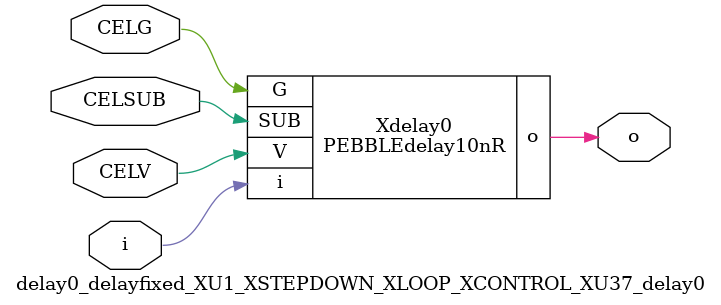
<source format=v>



module PEBBLEdelay10nR ( o, V, G, i, SUB );

  input V;
  input i;
  input G;
  output o;
  input SUB;
endmodule

//Celera Confidential Do Not Copy delay0_delayfixed_XU1_XSTEPDOWN_XLOOP_XCONTROL_XU37_delay0
//TYPE: fixed 10ns
module delay0_delayfixed_XU1_XSTEPDOWN_XLOOP_XCONTROL_XU37_delay0 (i, CELV, o,
CELG,CELSUB);
input CELV;
input i;
output o;
input CELSUB;
input CELG;

//Celera Confidential Do Not Copy delayfast0
PEBBLEdelay10nR Xdelay0(
.V (CELV),
.i (i),
.o (o),
.G (CELG),
.SUB (CELSUB)
);
//,diesize,PEBBLEdelay10nR

//Celera Confidential Do Not Copy Module End
//Celera Schematic Generator
endmodule

</source>
